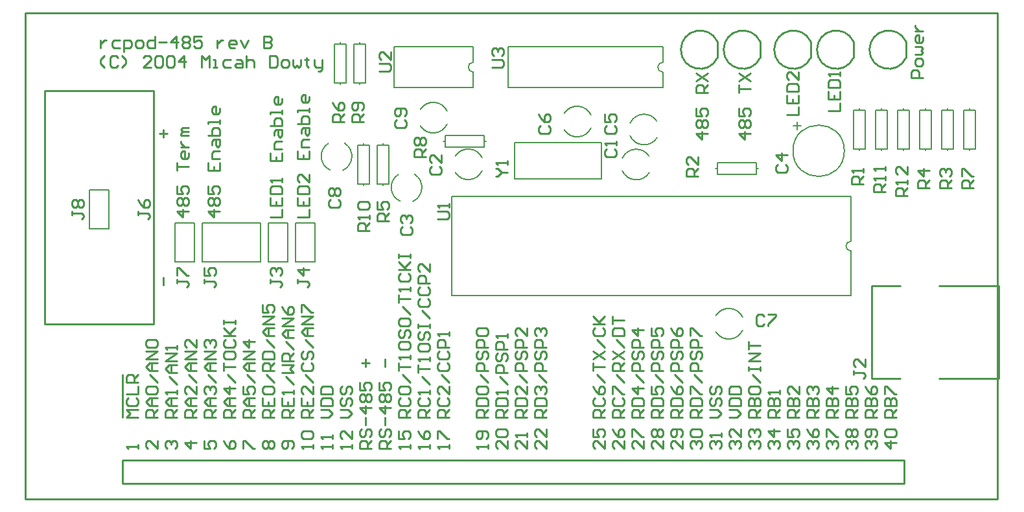
<source format=gto>
%FSLAX23Y23*%
%MOIN*%
G70*
G01*
G75*
%ADD10C,0.010*%
%ADD11C,0.020*%
%ADD12C,0.275*%
%ADD13C,0.055*%
%ADD14O,0.500X0.400*%
%ADD15C,0.063*%
%ADD16R,0.053X0.053*%
%ADD17C,0.053*%
%ADD18C,0.059*%
%ADD19R,0.059X0.059*%
%ADD20R,0.059X0.059*%
%ADD21C,0.059*%
%ADD22R,0.070X0.070*%
%ADD23C,0.070*%
%ADD24R,0.047X0.047*%
%ADD25C,0.047*%
%ADD26C,0.180*%
%ADD27C,0.065*%
%ADD28C,0.025*%
%ADD29C,0.008*%
%ADD30C,0.006*%
D10*
X3779Y2352D02*
G03*
X3779Y2268I-89J-42D01*
G01*
X3559Y2352D02*
G03*
X3559Y2268I-89J-42D01*
G01*
X4529Y2352D02*
G03*
X4529Y2268I-89J-42D01*
G01*
X4039Y2352D02*
G03*
X4039Y2268I-89J-42D01*
G01*
X4259Y2352D02*
G03*
X4259Y2268I-89J-42D01*
G01*
X380Y900D02*
X660D01*
Y1520D01*
X100Y2100D02*
X660D01*
X100Y900D02*
Y1500D01*
Y900D02*
X380D01*
X100Y1500D02*
Y2100D01*
X660Y1520D02*
Y2100D01*
X3779Y2268D02*
Y2352D01*
X3559Y2268D02*
Y2352D01*
X4529Y2268D02*
Y2352D01*
X4039Y2268D02*
Y2352D01*
X4259Y2268D02*
Y2352D01*
X500Y80D02*
X4520D01*
Y200D01*
X500D02*
X4520D01*
X500Y180D02*
Y200D01*
Y80D02*
Y180D01*
Y420D02*
Y640D01*
X4352Y1094D02*
X4500D01*
X4352Y620D02*
X4500D01*
X4352D02*
Y1094D01*
X4700Y620D02*
X5006D01*
X4700Y1094D02*
X5006D01*
Y620D02*
Y1094D01*
X3460Y1660D02*
X3400D01*
Y1690D01*
X3410Y1700D01*
X3430D01*
X3440Y1690D01*
Y1660D01*
Y1680D02*
X3460Y1700D01*
Y1760D02*
Y1720D01*
X3420Y1760D01*
X3410D01*
X3400Y1750D01*
Y1730D01*
X3410Y1720D01*
X710Y1860D02*
Y1900D01*
X690Y1880D02*
X730D01*
X710Y1100D02*
Y1140D01*
X4650Y1600D02*
X4590D01*
Y1630D01*
X4600Y1640D01*
X4620D01*
X4630Y1630D01*
Y1600D01*
Y1620D02*
X4650Y1640D01*
Y1690D02*
X4590D01*
X4620Y1660D01*
Y1700D01*
X4764Y1600D02*
X4704D01*
Y1630D01*
X4714Y1640D01*
X4734D01*
X4744Y1630D01*
Y1600D01*
Y1620D02*
X4764Y1640D01*
X4714Y1660D02*
X4704Y1670D01*
Y1690D01*
X4714Y1700D01*
X4724D01*
X4734Y1690D01*
Y1680D01*
Y1690D01*
X4744Y1700D01*
X4754D01*
X4764Y1690D01*
Y1670D01*
X4754Y1660D01*
X1400Y1450D02*
X1460D01*
Y1490D01*
X1400Y1550D02*
Y1510D01*
X1460D01*
Y1550D01*
X1430Y1510D02*
Y1530D01*
X1400Y1570D02*
X1460D01*
Y1600D01*
X1450Y1610D01*
X1410D01*
X1400Y1600D01*
Y1570D01*
X1460Y1670D02*
Y1630D01*
X1420Y1670D01*
X1410D01*
X1400Y1660D01*
Y1640D01*
X1410Y1630D01*
X1400Y1790D02*
Y1750D01*
X1460D01*
Y1790D01*
X1430Y1750D02*
Y1770D01*
X1460Y1810D02*
X1420D01*
Y1840D01*
X1430Y1850D01*
X1460D01*
X1420Y1880D02*
Y1900D01*
X1430Y1910D01*
X1460D01*
Y1880D01*
X1450Y1870D01*
X1440Y1880D01*
Y1910D01*
X1400Y1930D02*
X1460D01*
Y1960D01*
X1450Y1970D01*
X1440D01*
X1430D01*
X1420Y1960D01*
Y1930D01*
X1460Y1990D02*
Y2010D01*
Y2000D01*
X1400D01*
Y1990D01*
X1460Y2070D02*
Y2050D01*
X1450Y2040D01*
X1430D01*
X1420Y2050D01*
Y2070D01*
X1430Y2080D01*
X1440D01*
Y2040D01*
X1400Y1130D02*
Y1110D01*
Y1120D01*
X1450D01*
X1460Y1110D01*
Y1100D01*
X1450Y1090D01*
X1460Y1180D02*
X1400D01*
X1430Y1150D01*
Y1190D01*
X1260Y1450D02*
X1320D01*
Y1490D01*
X1260Y1550D02*
Y1510D01*
X1320D01*
Y1550D01*
X1290Y1510D02*
Y1530D01*
X1260Y1570D02*
X1320D01*
Y1600D01*
X1310Y1610D01*
X1270D01*
X1260Y1600D01*
Y1570D01*
X1320Y1630D02*
Y1650D01*
Y1640D01*
X1260D01*
X1270Y1630D01*
X1260Y1780D02*
Y1740D01*
X1320D01*
Y1780D01*
X1290Y1740D02*
Y1760D01*
X1320Y1800D02*
X1280D01*
Y1830D01*
X1290Y1840D01*
X1320D01*
X1280Y1870D02*
Y1890D01*
X1290Y1900D01*
X1320D01*
Y1870D01*
X1310Y1860D01*
X1300Y1870D01*
Y1900D01*
X1260Y1920D02*
X1320D01*
Y1950D01*
X1310Y1960D01*
X1300D01*
X1290D01*
X1280Y1950D01*
Y1920D01*
X1320Y1980D02*
Y2000D01*
Y1990D01*
X1260D01*
Y1980D01*
X1320Y2060D02*
Y2040D01*
X1310Y2030D01*
X1290D01*
X1280Y2040D01*
Y2060D01*
X1290Y2070D01*
X1300D01*
Y2030D01*
X1260Y1130D02*
Y1110D01*
Y1120D01*
X1310D01*
X1320Y1110D01*
Y1100D01*
X1310Y1090D01*
X1270Y1150D02*
X1260Y1160D01*
Y1180D01*
X1270Y1190D01*
X1280D01*
X1290Y1180D01*
Y1170D01*
Y1180D01*
X1300Y1190D01*
X1310D01*
X1320Y1180D01*
Y1160D01*
X1310Y1150D01*
X2990Y1920D02*
X2980Y1910D01*
Y1890D01*
X2990Y1880D01*
X3030D01*
X3040Y1890D01*
Y1910D01*
X3030Y1920D01*
X2980Y1980D02*
Y1940D01*
X3010D01*
X3000Y1960D01*
Y1970D01*
X3010Y1980D01*
X3030D01*
X3040Y1970D01*
Y1950D01*
X3030Y1940D01*
X2420Y1660D02*
X2430D01*
X2450Y1680D01*
X2430Y1700D01*
X2420D01*
X2450Y1680D02*
X2480D01*
Y1720D02*
Y1740D01*
Y1730D01*
X2420D01*
X2430Y1720D01*
X2990Y1800D02*
X2980Y1790D01*
Y1770D01*
X2990Y1760D01*
X3030D01*
X3040Y1770D01*
Y1790D01*
X3030Y1800D01*
X3040Y1820D02*
Y1840D01*
Y1830D01*
X2980D01*
X2990Y1820D01*
X2090Y1710D02*
X2080Y1700D01*
Y1680D01*
X2090Y1670D01*
X2130D01*
X2140Y1680D01*
Y1700D01*
X2130Y1710D01*
X2140Y1770D02*
Y1730D01*
X2100Y1770D01*
X2090D01*
X2080Y1760D01*
Y1740D01*
X2090Y1730D01*
X1940Y1400D02*
X1930Y1390D01*
Y1370D01*
X1940Y1360D01*
X1980D01*
X1990Y1370D01*
Y1390D01*
X1980Y1400D01*
X1940Y1420D02*
X1930Y1430D01*
Y1450D01*
X1940Y1460D01*
X1950D01*
X1960Y1450D01*
Y1440D01*
Y1450D01*
X1970Y1460D01*
X1980D01*
X1990Y1450D01*
Y1430D01*
X1980Y1420D01*
X3870Y1720D02*
X3860Y1710D01*
Y1690D01*
X3870Y1680D01*
X3910D01*
X3920Y1690D01*
Y1710D01*
X3910Y1720D01*
X3920Y1770D02*
X3860D01*
X3890Y1740D01*
Y1780D01*
X2650Y1920D02*
X2640Y1910D01*
Y1890D01*
X2650Y1880D01*
X2690D01*
X2700Y1890D01*
Y1910D01*
X2690Y1920D01*
X2640Y1980D02*
X2650Y1960D01*
X2670Y1940D01*
X2690D01*
X2700Y1950D01*
Y1970D01*
X2690Y1980D01*
X2680D01*
X2670Y1970D01*
Y1940D01*
X3800Y940D02*
X3790Y950D01*
X3770D01*
X3760Y940D01*
Y900D01*
X3770Y890D01*
X3790D01*
X3800Y900D01*
X3820Y950D02*
X3860D01*
Y940D01*
X3820Y900D01*
Y890D01*
X4260Y660D02*
Y640D01*
Y650D01*
X4310D01*
X4320Y640D01*
Y630D01*
X4310Y620D01*
X4320Y720D02*
Y680D01*
X4280Y720D01*
X4270D01*
X4260Y710D01*
Y690D01*
X4270Y680D01*
X4310Y1620D02*
X4250D01*
Y1650D01*
X4260Y1660D01*
X4280D01*
X4290Y1650D01*
Y1620D01*
Y1640D02*
X4310Y1660D01*
Y1680D02*
Y1700D01*
Y1690D01*
X4250D01*
X4260Y1680D01*
X2120Y1440D02*
X2170D01*
X2180Y1450D01*
Y1470D01*
X2170Y1480D01*
X2120D01*
X2180Y1500D02*
Y1520D01*
Y1510D01*
X2120D01*
X2130Y1500D01*
X1000Y1480D02*
X940D01*
X970Y1450D01*
Y1490D01*
X950Y1510D02*
X940Y1520D01*
Y1540D01*
X950Y1550D01*
X960D01*
X970Y1540D01*
X980Y1550D01*
X990D01*
X1000Y1540D01*
Y1520D01*
X990Y1510D01*
X980D01*
X970Y1520D01*
X960Y1510D01*
X950D01*
X970Y1520D02*
Y1540D01*
X940Y1610D02*
Y1570D01*
X970D01*
X960Y1590D01*
Y1600D01*
X970Y1610D01*
X990D01*
X1000Y1600D01*
Y1580D01*
X990Y1570D01*
X940Y1730D02*
Y1690D01*
X1000D01*
Y1730D01*
X970Y1690D02*
Y1710D01*
X1000Y1750D02*
X960D01*
Y1780D01*
X970Y1790D01*
X1000D01*
X960Y1820D02*
Y1840D01*
X970Y1850D01*
X1000D01*
Y1820D01*
X990Y1810D01*
X980Y1820D01*
Y1850D01*
X940Y1870D02*
X1000D01*
Y1900D01*
X990Y1910D01*
X980D01*
X970D01*
X960Y1900D01*
Y1870D01*
X1000Y1930D02*
Y1950D01*
Y1940D01*
X940D01*
Y1930D01*
X1000Y2010D02*
Y1990D01*
X990Y1980D01*
X970D01*
X960Y1990D01*
Y2010D01*
X970Y2020D01*
X980D01*
Y1980D01*
X920Y1130D02*
Y1110D01*
Y1120D01*
X970D01*
X980Y1110D01*
Y1100D01*
X970Y1090D01*
X920Y1190D02*
Y1150D01*
X950D01*
X940Y1170D01*
Y1180D01*
X950Y1190D01*
X970D01*
X980Y1180D01*
Y1160D01*
X970Y1150D01*
X1870Y1430D02*
X1810D01*
Y1460D01*
X1820Y1470D01*
X1840D01*
X1850Y1460D01*
Y1430D01*
Y1450D02*
X1870Y1470D01*
X1810Y1530D02*
Y1490D01*
X1840D01*
X1830Y1510D01*
Y1520D01*
X1840Y1530D01*
X1860D01*
X1870Y1520D01*
Y1500D01*
X1860Y1490D01*
X1640Y1940D02*
X1580D01*
Y1970D01*
X1590Y1980D01*
X1610D01*
X1620Y1970D01*
Y1940D01*
Y1960D02*
X1640Y1980D01*
X1580Y2040D02*
X1590Y2020D01*
X1610Y2000D01*
X1630D01*
X1640Y2010D01*
Y2030D01*
X1630Y2040D01*
X1620D01*
X1610Y2030D01*
Y2000D01*
X4877Y1600D02*
X4817D01*
Y1630D01*
X4827Y1640D01*
X4847D01*
X4857Y1630D01*
Y1600D01*
Y1620D02*
X4877Y1640D01*
X4817Y1660D02*
Y1700D01*
X4827D01*
X4867Y1660D01*
X4877D01*
X4130Y1995D02*
X4190D01*
Y2035D01*
X4130Y2095D02*
Y2055D01*
X4190D01*
Y2095D01*
X4160Y2055D02*
Y2075D01*
X4130Y2115D02*
X4190D01*
Y2145D01*
X4180Y2155D01*
X4140D01*
X4130Y2145D01*
Y2115D01*
X4190Y2175D02*
Y2195D01*
Y2185D01*
X4130D01*
X4140Y2175D01*
X3915Y1975D02*
X3975D01*
Y2015D01*
X3915Y2075D02*
Y2035D01*
X3975D01*
Y2075D01*
X3945Y2035D02*
Y2055D01*
X3915Y2095D02*
X3975D01*
Y2125D01*
X3965Y2135D01*
X3925D01*
X3915Y2125D01*
Y2095D01*
X3975Y2195D02*
Y2155D01*
X3935Y2195D01*
X3925D01*
X3915Y2185D01*
Y2165D01*
X3925Y2155D01*
X4615Y2165D02*
X4555D01*
Y2195D01*
X4565Y2205D01*
X4585D01*
X4595Y2195D01*
Y2165D01*
X4615Y2235D02*
Y2255D01*
X4605Y2265D01*
X4585D01*
X4575Y2255D01*
Y2235D01*
X4585Y2225D01*
X4605D01*
X4615Y2235D01*
X4575Y2285D02*
X4605D01*
X4615Y2295D01*
X4605Y2305D01*
X4615Y2315D01*
X4605Y2325D01*
X4575D01*
X4615Y2375D02*
Y2355D01*
X4605Y2345D01*
X4585D01*
X4575Y2355D01*
Y2375D01*
X4585Y2385D01*
X4595D01*
Y2345D01*
X4575Y2405D02*
X4615D01*
X4595D01*
X4585Y2415D01*
X4575Y2425D01*
Y2435D01*
X1570Y1540D02*
X1560Y1530D01*
Y1510D01*
X1570Y1500D01*
X1610D01*
X1620Y1510D01*
Y1530D01*
X1610Y1540D01*
X1570Y1560D02*
X1560Y1570D01*
Y1590D01*
X1570Y1600D01*
X1580D01*
X1590Y1590D01*
X1600Y1600D01*
X1610D01*
X1620Y1590D01*
Y1570D01*
X1610Y1560D01*
X1600D01*
X1590Y1570D01*
X1580Y1560D01*
X1570D01*
X1590Y1570D02*
Y1590D01*
X840Y1480D02*
X780D01*
X810Y1450D01*
Y1490D01*
X790Y1510D02*
X780Y1520D01*
Y1540D01*
X790Y1550D01*
X800D01*
X810Y1540D01*
X820Y1550D01*
X830D01*
X840Y1540D01*
Y1520D01*
X830Y1510D01*
X820D01*
X810Y1520D01*
X800Y1510D01*
X790D01*
X810Y1520D02*
Y1540D01*
X780Y1610D02*
Y1570D01*
X810D01*
X800Y1590D01*
Y1600D01*
X810Y1610D01*
X830D01*
X840Y1600D01*
Y1580D01*
X830Y1570D01*
X780Y1690D02*
Y1730D01*
Y1710D01*
X840D01*
Y1780D02*
Y1760D01*
X830Y1750D01*
X810D01*
X800Y1760D01*
Y1780D01*
X810Y1790D01*
X820D01*
Y1750D01*
X800Y1810D02*
X840D01*
X820D01*
X810Y1820D01*
X800Y1830D01*
Y1840D01*
X840Y1870D02*
X800D01*
Y1880D01*
X810Y1890D01*
X840D01*
X810D01*
X800Y1900D01*
X810Y1910D01*
X840D01*
X780Y1130D02*
Y1110D01*
Y1120D01*
X830D01*
X840Y1110D01*
Y1100D01*
X830Y1090D01*
X780Y1150D02*
Y1190D01*
X790D01*
X830Y1150D01*
X840D01*
X2060Y1760D02*
X2000D01*
Y1790D01*
X2010Y1800D01*
X2030D01*
X2040Y1790D01*
Y1760D01*
Y1780D02*
X2060Y1800D01*
X2010Y1820D02*
X2000Y1830D01*
Y1850D01*
X2010Y1860D01*
X2020D01*
X2030Y1850D01*
X2040Y1860D01*
X2050D01*
X2060Y1850D01*
Y1830D01*
X2050Y1820D01*
X2040D01*
X2030Y1830D01*
X2020Y1820D01*
X2010D01*
X2030Y1830D02*
Y1850D01*
X1740Y1940D02*
X1680D01*
Y1970D01*
X1690Y1980D01*
X1710D01*
X1720Y1970D01*
Y1940D01*
Y1960D02*
X1740Y1980D01*
X1730Y2000D02*
X1740Y2010D01*
Y2030D01*
X1730Y2040D01*
X1690D01*
X1680Y2030D01*
Y2010D01*
X1690Y2000D01*
X1700D01*
X1710Y2010D01*
Y2040D01*
X1770Y1380D02*
X1710D01*
Y1410D01*
X1720Y1420D01*
X1740D01*
X1750Y1410D01*
Y1380D01*
Y1400D02*
X1770Y1420D01*
Y1440D02*
Y1460D01*
Y1450D01*
X1710D01*
X1720Y1440D01*
Y1490D02*
X1710Y1500D01*
Y1520D01*
X1720Y1530D01*
X1760D01*
X1770Y1520D01*
Y1500D01*
X1760Y1490D01*
X1720D01*
X1910Y1950D02*
X1900Y1940D01*
Y1920D01*
X1910Y1910D01*
X1950D01*
X1960Y1920D01*
Y1940D01*
X1950Y1950D01*
Y1970D02*
X1960Y1980D01*
Y2000D01*
X1950Y2010D01*
X1910D01*
X1900Y2000D01*
Y1980D01*
X1910Y1970D01*
X1920D01*
X1930Y1980D01*
Y2010D01*
X2400Y2220D02*
X2450D01*
X2460Y2230D01*
Y2250D01*
X2450Y2260D01*
X2400D01*
X2410Y2280D02*
X2400Y2290D01*
Y2310D01*
X2410Y2320D01*
X2420D01*
X2430Y2310D01*
Y2300D01*
Y2310D01*
X2440Y2320D01*
X2450D01*
X2460Y2310D01*
Y2290D01*
X2450Y2280D01*
X3510Y1880D02*
X3450D01*
X3480Y1850D01*
Y1890D01*
X3460Y1910D02*
X3450Y1920D01*
Y1940D01*
X3460Y1950D01*
X3470D01*
X3480Y1940D01*
X3490Y1950D01*
X3500D01*
X3510Y1940D01*
Y1920D01*
X3500Y1910D01*
X3490D01*
X3480Y1920D01*
X3470Y1910D01*
X3460D01*
X3480Y1920D02*
Y1940D01*
X3450Y2010D02*
Y1970D01*
X3480D01*
X3470Y1990D01*
Y2000D01*
X3480Y2010D01*
X3500D01*
X3510Y2000D01*
Y1980D01*
X3500Y1970D01*
X3510Y2090D02*
X3450D01*
Y2120D01*
X3460Y2130D01*
X3480D01*
X3490Y2120D01*
Y2090D01*
Y2110D02*
X3510Y2130D01*
X3450Y2150D02*
X3510Y2190D01*
X3450D02*
X3510Y2150D01*
X3730Y1880D02*
X3670D01*
X3700Y1850D01*
Y1890D01*
X3680Y1910D02*
X3670Y1920D01*
Y1940D01*
X3680Y1950D01*
X3690D01*
X3700Y1940D01*
X3710Y1950D01*
X3720D01*
X3730Y1940D01*
Y1920D01*
X3720Y1910D01*
X3710D01*
X3700Y1920D01*
X3690Y1910D01*
X3680D01*
X3700Y1920D02*
Y1940D01*
X3670Y2010D02*
Y1970D01*
X3700D01*
X3690Y1990D01*
Y2000D01*
X3700Y2010D01*
X3720D01*
X3730Y2000D01*
Y1980D01*
X3720Y1970D01*
X3670Y2090D02*
Y2130D01*
Y2110D01*
X3730D01*
X3670Y2150D02*
X3730Y2190D01*
X3670D02*
X3730Y2150D01*
X4423Y1580D02*
X4363D01*
Y1610D01*
X4373Y1620D01*
X4393D01*
X4403Y1610D01*
Y1580D01*
Y1600D02*
X4423Y1620D01*
Y1640D02*
Y1660D01*
Y1650D01*
X4363D01*
X4373Y1640D01*
X4423Y1690D02*
Y1710D01*
Y1700D01*
X4363D01*
X4373Y1690D01*
X4537Y1560D02*
X4477D01*
Y1590D01*
X4487Y1600D01*
X4507D01*
X4517Y1590D01*
Y1560D01*
Y1580D02*
X4537Y1600D01*
Y1620D02*
Y1640D01*
Y1630D01*
X4477D01*
X4487Y1620D01*
X4537Y1710D02*
Y1670D01*
X4497Y1710D01*
X4487D01*
X4477Y1700D01*
Y1680D01*
X4487Y1670D01*
X240Y1480D02*
Y1460D01*
Y1470D01*
X290D01*
X300Y1460D01*
Y1450D01*
X290Y1440D01*
X250Y1500D02*
X240Y1510D01*
Y1530D01*
X250Y1540D01*
X260D01*
X270Y1530D01*
X280Y1540D01*
X290D01*
X300Y1530D01*
Y1510D01*
X290Y1500D01*
X280D01*
X270Y1510D01*
X260Y1500D01*
X250D01*
X270Y1510D02*
Y1530D01*
X580Y1480D02*
Y1460D01*
Y1470D01*
X630D01*
X640Y1460D01*
Y1450D01*
X630Y1440D01*
X580Y1540D02*
X590Y1520D01*
X610Y1500D01*
X630D01*
X640Y1510D01*
Y1530D01*
X630Y1540D01*
X620D01*
X610Y1530D01*
Y1500D01*
X1820Y2200D02*
X1870D01*
X1880Y2210D01*
Y2230D01*
X1870Y2240D01*
X1820D01*
X1880Y2300D02*
Y2260D01*
X1840Y2300D01*
X1830D01*
X1820Y2290D01*
Y2270D01*
X1830Y2260D01*
X405Y2220D02*
X385Y2240D01*
Y2260D01*
X405Y2280D01*
X475Y2270D02*
X465Y2280D01*
X445D01*
X435Y2270D01*
Y2230D01*
X445Y2220D01*
X465D01*
X475Y2230D01*
X495Y2220D02*
X515Y2240D01*
Y2260D01*
X495Y2280D01*
X645Y2220D02*
X605D01*
X645Y2260D01*
Y2270D01*
X635Y2280D01*
X615D01*
X605Y2270D01*
X665D02*
X675Y2280D01*
X695D01*
X705Y2270D01*
Y2230D01*
X695Y2220D01*
X675D01*
X665Y2230D01*
Y2270D01*
X725D02*
X735Y2280D01*
X755D01*
X765Y2270D01*
Y2230D01*
X755Y2220D01*
X735D01*
X725Y2230D01*
Y2270D01*
X815Y2220D02*
Y2280D01*
X785Y2250D01*
X825D01*
X905Y2220D02*
Y2280D01*
X925Y2260D01*
X945Y2280D01*
Y2220D01*
X965D02*
X985D01*
X975D01*
Y2260D01*
X965D01*
X1055D02*
X1025D01*
X1015Y2250D01*
Y2230D01*
X1025Y2220D01*
X1055D01*
X1085Y2260D02*
X1105D01*
X1115Y2250D01*
Y2220D01*
X1085D01*
X1075Y2230D01*
X1085Y2240D01*
X1115D01*
X1135Y2280D02*
Y2220D01*
Y2250D01*
X1145Y2260D01*
X1165D01*
X1175Y2250D01*
Y2220D01*
X1255Y2280D02*
Y2220D01*
X1285D01*
X1295Y2230D01*
Y2270D01*
X1285Y2280D01*
X1255D01*
X1325Y2220D02*
X1345D01*
X1355Y2230D01*
Y2250D01*
X1345Y2260D01*
X1325D01*
X1315Y2250D01*
Y2230D01*
X1325Y2220D01*
X1375Y2260D02*
Y2230D01*
X1385Y2220D01*
X1395Y2230D01*
X1405Y2220D01*
X1415Y2230D01*
Y2260D01*
X1445Y2270D02*
Y2260D01*
X1435D01*
X1455D01*
X1445D01*
Y2230D01*
X1455Y2220D01*
X1485Y2260D02*
Y2230D01*
X1495Y2220D01*
X1525D01*
Y2210D01*
X1515Y2200D01*
X1505D01*
X1525Y2220D02*
Y2260D01*
X385Y2360D02*
Y2320D01*
Y2340D01*
X395Y2350D01*
X405Y2360D01*
X415D01*
X485D02*
X455D01*
X445Y2350D01*
Y2330D01*
X455Y2320D01*
X485D01*
X505Y2300D02*
Y2360D01*
X535D01*
X545Y2350D01*
Y2330D01*
X535Y2320D01*
X505D01*
X575D02*
X595D01*
X605Y2330D01*
Y2350D01*
X595Y2360D01*
X575D01*
X565Y2350D01*
Y2330D01*
X575Y2320D01*
X665Y2380D02*
Y2320D01*
X635D01*
X625Y2330D01*
Y2350D01*
X635Y2360D01*
X665D01*
X685Y2350D02*
X725D01*
X775Y2320D02*
Y2380D01*
X745Y2350D01*
X785D01*
X805Y2370D02*
X815Y2380D01*
X835D01*
X845Y2370D01*
Y2360D01*
X835Y2350D01*
X845Y2340D01*
Y2330D01*
X835Y2320D01*
X815D01*
X805Y2330D01*
Y2340D01*
X815Y2350D01*
X805Y2360D01*
Y2370D01*
X815Y2350D02*
X835D01*
X905Y2380D02*
X865D01*
Y2350D01*
X885Y2360D01*
X895D01*
X905Y2350D01*
Y2330D01*
X895Y2320D01*
X875D01*
X865Y2330D01*
X985Y2360D02*
Y2320D01*
Y2340D01*
X995Y2350D01*
X1005Y2360D01*
X1015D01*
X1075Y2320D02*
X1055D01*
X1045Y2330D01*
Y2350D01*
X1055Y2360D01*
X1075D01*
X1085Y2350D01*
Y2340D01*
X1045D01*
X1105Y2360D02*
X1125Y2320D01*
X1145Y2360D01*
X1225Y2380D02*
Y2320D01*
X1255D01*
X1265Y2330D01*
Y2340D01*
X1255Y2350D01*
X1225D01*
X1255D01*
X1265Y2360D01*
Y2370D01*
X1255Y2380D01*
X1225D01*
X1880Y260D02*
X1820D01*
Y290D01*
X1830Y300D01*
X1850D01*
X1860Y290D01*
Y260D01*
Y280D02*
X1880Y300D01*
X1830Y360D02*
X1820Y350D01*
Y330D01*
X1830Y320D01*
X1840D01*
X1850Y330D01*
Y350D01*
X1860Y360D01*
X1870D01*
X1880Y350D01*
Y330D01*
X1870Y320D01*
X1850Y380D02*
Y420D01*
X1880Y470D02*
X1820D01*
X1850Y440D01*
Y480D01*
X1830Y500D02*
X1820Y510D01*
Y530D01*
X1830Y540D01*
X1840D01*
X1850Y530D01*
X1860Y540D01*
X1870D01*
X1880Y530D01*
Y510D01*
X1870Y500D01*
X1860D01*
X1850Y510D01*
X1840Y500D01*
X1830D01*
X1850Y510D02*
Y530D01*
X1820Y600D02*
Y560D01*
X1850D01*
X1840Y580D01*
Y590D01*
X1850Y600D01*
X1870D01*
X1880Y590D01*
Y570D01*
X1870Y560D01*
X1850Y680D02*
Y720D01*
X1780Y260D02*
X1720D01*
Y290D01*
X1730Y300D01*
X1750D01*
X1760Y290D01*
Y260D01*
Y280D02*
X1780Y300D01*
X1730Y360D02*
X1720Y350D01*
Y330D01*
X1730Y320D01*
X1740D01*
X1750Y330D01*
Y350D01*
X1760Y360D01*
X1770D01*
X1780Y350D01*
Y330D01*
X1770Y320D01*
X1750Y380D02*
Y420D01*
X1780Y470D02*
X1720D01*
X1750Y440D01*
Y480D01*
X1730Y500D02*
X1720Y510D01*
Y530D01*
X1730Y540D01*
X1740D01*
X1750Y530D01*
X1760Y540D01*
X1770D01*
X1780Y530D01*
Y510D01*
X1770Y500D01*
X1760D01*
X1750Y510D01*
X1740Y500D01*
X1730D01*
X1750Y510D02*
Y530D01*
X1720Y600D02*
Y560D01*
X1750D01*
X1740Y580D01*
Y590D01*
X1750Y600D01*
X1770D01*
X1780Y590D01*
Y570D01*
X1770Y560D01*
X1750Y680D02*
Y720D01*
X1730Y700D02*
X1770D01*
X4030Y260D02*
X4020Y270D01*
Y290D01*
X4030Y300D01*
X4040D01*
X4050Y290D01*
Y280D01*
Y290D01*
X4060Y300D01*
X4070D01*
X4080Y290D01*
Y270D01*
X4070Y260D01*
X4020Y360D02*
X4030Y340D01*
X4050Y320D01*
X4070D01*
X4080Y330D01*
Y350D01*
X4070Y360D01*
X4060D01*
X4050Y350D01*
Y320D01*
X4480Y290D02*
X4420D01*
X4450Y260D01*
Y300D01*
X4430Y320D02*
X4420Y330D01*
Y350D01*
X4430Y360D01*
X4470D01*
X4480Y350D01*
Y330D01*
X4470Y320D01*
X4430D01*
X4330Y260D02*
X4320Y270D01*
Y290D01*
X4330Y300D01*
X4340D01*
X4350Y290D01*
Y280D01*
Y290D01*
X4360Y300D01*
X4370D01*
X4380Y290D01*
Y270D01*
X4370Y260D01*
Y320D02*
X4380Y330D01*
Y350D01*
X4370Y360D01*
X4330D01*
X4320Y350D01*
Y330D01*
X4330Y320D01*
X4340D01*
X4350Y330D01*
Y360D01*
X4230Y260D02*
X4220Y270D01*
Y290D01*
X4230Y300D01*
X4240D01*
X4250Y290D01*
Y280D01*
Y290D01*
X4260Y300D01*
X4270D01*
X4280Y290D01*
Y270D01*
X4270Y260D01*
X4230Y320D02*
X4220Y330D01*
Y350D01*
X4230Y360D01*
X4240D01*
X4250Y350D01*
X4260Y360D01*
X4270D01*
X4280Y350D01*
Y330D01*
X4270Y320D01*
X4260D01*
X4250Y330D01*
X4240Y320D01*
X4230D01*
X4250Y330D02*
Y350D01*
X4130Y260D02*
X4120Y270D01*
Y290D01*
X4130Y300D01*
X4140D01*
X4150Y290D01*
Y280D01*
Y290D01*
X4160Y300D01*
X4170D01*
X4180Y290D01*
Y270D01*
X4170Y260D01*
X4120Y320D02*
Y360D01*
X4130D01*
X4170Y320D01*
X4180D01*
X3930Y260D02*
X3920Y270D01*
Y290D01*
X3930Y300D01*
X3940D01*
X3950Y290D01*
Y280D01*
Y290D01*
X3960Y300D01*
X3970D01*
X3980Y290D01*
Y270D01*
X3970Y260D01*
X3920Y360D02*
Y320D01*
X3950D01*
X3940Y340D01*
Y350D01*
X3950Y360D01*
X3970D01*
X3980Y350D01*
Y330D01*
X3970Y320D01*
X3830Y260D02*
X3820Y270D01*
Y290D01*
X3830Y300D01*
X3840D01*
X3850Y290D01*
Y280D01*
Y290D01*
X3860Y300D01*
X3870D01*
X3880Y290D01*
Y270D01*
X3870Y260D01*
X3880Y350D02*
X3820D01*
X3850Y320D01*
Y360D01*
X3730Y260D02*
X3720Y270D01*
Y290D01*
X3730Y300D01*
X3740D01*
X3750Y290D01*
Y280D01*
Y290D01*
X3760Y300D01*
X3770D01*
X3780Y290D01*
Y270D01*
X3770Y260D01*
X3730Y320D02*
X3720Y330D01*
Y350D01*
X3730Y360D01*
X3740D01*
X3750Y350D01*
Y340D01*
Y350D01*
X3760Y360D01*
X3770D01*
X3780Y350D01*
Y330D01*
X3770Y320D01*
X3630Y260D02*
X3620Y270D01*
Y290D01*
X3630Y300D01*
X3640D01*
X3650Y290D01*
Y280D01*
Y290D01*
X3660Y300D01*
X3670D01*
X3680Y290D01*
Y270D01*
X3670Y260D01*
X3680Y360D02*
Y320D01*
X3640Y360D01*
X3630D01*
X3620Y350D01*
Y330D01*
X3630Y320D01*
X3530Y260D02*
X3520Y270D01*
Y290D01*
X3530Y300D01*
X3540D01*
X3550Y290D01*
Y280D01*
Y290D01*
X3560Y300D01*
X3570D01*
X3580Y290D01*
Y270D01*
X3570Y260D01*
X3580Y320D02*
Y340D01*
Y330D01*
X3520D01*
X3530Y320D01*
X3430Y260D02*
X3420Y270D01*
Y290D01*
X3430Y300D01*
X3440D01*
X3450Y290D01*
Y280D01*
Y290D01*
X3460Y300D01*
X3470D01*
X3480Y290D01*
Y270D01*
X3470Y260D01*
X3430Y320D02*
X3420Y330D01*
Y350D01*
X3430Y360D01*
X3470D01*
X3480Y350D01*
Y330D01*
X3470Y320D01*
X3430D01*
X3380Y300D02*
Y260D01*
X3340Y300D01*
X3330D01*
X3320Y290D01*
Y270D01*
X3330Y260D01*
X3370Y320D02*
X3380Y330D01*
Y350D01*
X3370Y360D01*
X3330D01*
X3320Y350D01*
Y330D01*
X3330Y320D01*
X3340D01*
X3350Y330D01*
Y360D01*
X3280Y300D02*
Y260D01*
X3240Y300D01*
X3230D01*
X3220Y290D01*
Y270D01*
X3230Y260D01*
Y320D02*
X3220Y330D01*
Y350D01*
X3230Y360D01*
X3240D01*
X3250Y350D01*
X3260Y360D01*
X3270D01*
X3280Y350D01*
Y330D01*
X3270Y320D01*
X3260D01*
X3250Y330D01*
X3240Y320D01*
X3230D01*
X3250Y330D02*
Y350D01*
X3180Y300D02*
Y260D01*
X3140Y300D01*
X3130D01*
X3120Y290D01*
Y270D01*
X3130Y260D01*
X3120Y320D02*
Y360D01*
X3130D01*
X3170Y320D01*
X3180D01*
X3080Y300D02*
Y260D01*
X3040Y300D01*
X3030D01*
X3020Y290D01*
Y270D01*
X3030Y260D01*
X3020Y360D02*
X3030Y340D01*
X3050Y320D01*
X3070D01*
X3080Y330D01*
Y350D01*
X3070Y360D01*
X3060D01*
X3050Y350D01*
Y320D01*
X2980Y300D02*
Y260D01*
X2940Y300D01*
X2930D01*
X2920Y290D01*
Y270D01*
X2930Y260D01*
X2920Y360D02*
Y320D01*
X2950D01*
X2940Y340D01*
Y350D01*
X2950Y360D01*
X2970D01*
X2980Y350D01*
Y330D01*
X2970Y320D01*
X2680Y300D02*
Y260D01*
X2640Y300D01*
X2630D01*
X2620Y290D01*
Y270D01*
X2630Y260D01*
X2680Y360D02*
Y320D01*
X2640Y360D01*
X2630D01*
X2620Y350D01*
Y330D01*
X2630Y320D01*
X2580Y300D02*
Y260D01*
X2540Y300D01*
X2530D01*
X2520Y290D01*
Y270D01*
X2530Y260D01*
X2580Y320D02*
Y340D01*
Y330D01*
X2520D01*
X2530Y320D01*
X2480Y300D02*
Y260D01*
X2440Y300D01*
X2430D01*
X2420Y290D01*
Y270D01*
X2430Y260D01*
Y320D02*
X2420Y330D01*
Y350D01*
X2430Y360D01*
X2470D01*
X2480Y350D01*
Y330D01*
X2470Y320D01*
X2430D01*
X2380Y260D02*
Y280D01*
Y270D01*
X2320D01*
X2330Y260D01*
X2370Y310D02*
X2380Y320D01*
Y340D01*
X2370Y350D01*
X2330D01*
X2320Y340D01*
Y320D01*
X2330Y310D01*
X2340D01*
X2350Y320D01*
Y350D01*
X2180Y260D02*
Y280D01*
Y270D01*
X2120D01*
X2130Y260D01*
X2120Y310D02*
Y350D01*
X2130D01*
X2170Y310D01*
X2180D01*
X1980Y260D02*
Y280D01*
Y270D01*
X1920D01*
X1930Y260D01*
X1920Y350D02*
Y310D01*
X1950D01*
X1940Y330D01*
Y340D01*
X1950Y350D01*
X1970D01*
X1980Y340D01*
Y320D01*
X1970Y310D01*
X2080Y260D02*
Y280D01*
Y270D01*
X2020D01*
X2030Y260D01*
X2020Y350D02*
X2030Y330D01*
X2050Y310D01*
X2070D01*
X2080Y320D01*
Y340D01*
X2070Y350D01*
X2060D01*
X2050Y340D01*
Y310D01*
X1680Y260D02*
Y280D01*
Y270D01*
X1620D01*
X1630Y260D01*
X1680Y350D02*
Y310D01*
X1640Y350D01*
X1630D01*
X1620Y340D01*
Y320D01*
X1630Y310D01*
X1580Y260D02*
Y280D01*
Y270D01*
X1520D01*
X1530Y260D01*
X1580Y310D02*
Y330D01*
Y320D01*
X1520D01*
X1530Y310D01*
X1480Y260D02*
Y280D01*
Y270D01*
X1420D01*
X1430Y260D01*
Y310D02*
X1420Y320D01*
Y340D01*
X1430Y350D01*
X1470D01*
X1480Y340D01*
Y320D01*
X1470Y310D01*
X1430D01*
X1370Y260D02*
X1380Y270D01*
Y290D01*
X1370Y300D01*
X1330D01*
X1320Y290D01*
Y270D01*
X1330Y260D01*
X1340D01*
X1350Y270D01*
Y300D01*
X1230Y260D02*
X1220Y270D01*
Y290D01*
X1230Y300D01*
X1240D01*
X1250Y290D01*
X1260Y300D01*
X1270D01*
X1280Y290D01*
Y270D01*
X1270Y260D01*
X1260D01*
X1250Y270D01*
X1240Y260D01*
X1230D01*
X1250Y270D02*
Y290D01*
X1120Y260D02*
Y300D01*
X1130D01*
X1170Y260D01*
X1180D01*
X1020Y300D02*
X1030Y280D01*
X1050Y260D01*
X1070D01*
X1080Y270D01*
Y290D01*
X1070Y300D01*
X1060D01*
X1050Y290D01*
Y260D01*
X920Y300D02*
Y260D01*
X950D01*
X940Y280D01*
Y290D01*
X950Y300D01*
X970D01*
X980Y290D01*
Y270D01*
X970Y260D01*
X880Y290D02*
X820D01*
X850Y260D01*
Y300D01*
X730Y260D02*
X720Y270D01*
Y290D01*
X730Y300D01*
X740D01*
X750Y290D01*
Y280D01*
Y290D01*
X760Y300D01*
X770D01*
X780Y290D01*
Y270D01*
X770Y260D01*
X680Y300D02*
Y260D01*
X640Y300D01*
X630D01*
X620Y290D01*
Y270D01*
X630Y260D01*
X580D02*
Y280D01*
Y270D01*
X520D01*
X530Y260D01*
X4080Y420D02*
X4020D01*
Y450D01*
X4030Y460D01*
X4050D01*
X4060Y450D01*
Y420D01*
Y440D02*
X4080Y460D01*
X4020Y480D02*
X4080D01*
Y510D01*
X4070Y520D01*
X4060D01*
X4050Y510D01*
Y480D01*
Y510D01*
X4040Y520D01*
X4030D01*
X4020Y510D01*
Y480D01*
X4030Y540D02*
X4020Y550D01*
Y570D01*
X4030Y580D01*
X4040D01*
X4050Y570D01*
Y560D01*
Y570D01*
X4060Y580D01*
X4070D01*
X4080Y570D01*
Y550D01*
X4070Y540D01*
X4480Y420D02*
X4420D01*
Y450D01*
X4430Y460D01*
X4450D01*
X4460Y450D01*
Y420D01*
Y440D02*
X4480Y460D01*
X4420Y480D02*
X4480D01*
Y510D01*
X4470Y520D01*
X4460D01*
X4450Y510D01*
Y480D01*
Y510D01*
X4440Y520D01*
X4430D01*
X4420Y510D01*
Y480D01*
Y540D02*
Y580D01*
X4430D01*
X4470Y540D01*
X4480D01*
X4380Y420D02*
X4320D01*
Y450D01*
X4330Y460D01*
X4350D01*
X4360Y450D01*
Y420D01*
Y440D02*
X4380Y460D01*
X4320Y480D02*
X4380D01*
Y510D01*
X4370Y520D01*
X4360D01*
X4350Y510D01*
Y480D01*
Y510D01*
X4340Y520D01*
X4330D01*
X4320Y510D01*
Y480D01*
Y580D02*
X4330Y560D01*
X4350Y540D01*
X4370D01*
X4380Y550D01*
Y570D01*
X4370Y580D01*
X4360D01*
X4350Y570D01*
Y540D01*
X4280Y420D02*
X4220D01*
Y450D01*
X4230Y460D01*
X4250D01*
X4260Y450D01*
Y420D01*
Y440D02*
X4280Y460D01*
X4220Y480D02*
X4280D01*
Y510D01*
X4270Y520D01*
X4260D01*
X4250Y510D01*
Y480D01*
Y510D01*
X4240Y520D01*
X4230D01*
X4220Y510D01*
Y480D01*
Y580D02*
Y540D01*
X4250D01*
X4240Y560D01*
Y570D01*
X4250Y580D01*
X4270D01*
X4280Y570D01*
Y550D01*
X4270Y540D01*
X4180Y420D02*
X4120D01*
Y450D01*
X4130Y460D01*
X4150D01*
X4160Y450D01*
Y420D01*
Y440D02*
X4180Y460D01*
X4120Y480D02*
X4180D01*
Y510D01*
X4170Y520D01*
X4160D01*
X4150Y510D01*
Y480D01*
Y510D01*
X4140Y520D01*
X4130D01*
X4120Y510D01*
Y480D01*
X4180Y570D02*
X4120D01*
X4150Y540D01*
Y580D01*
X3980Y420D02*
X3920D01*
Y450D01*
X3930Y460D01*
X3950D01*
X3960Y450D01*
Y420D01*
Y440D02*
X3980Y460D01*
X3920Y480D02*
X3980D01*
Y510D01*
X3970Y520D01*
X3960D01*
X3950Y510D01*
Y480D01*
Y510D01*
X3940Y520D01*
X3930D01*
X3920Y510D01*
Y480D01*
X3980Y580D02*
Y540D01*
X3940Y580D01*
X3930D01*
X3920Y570D01*
Y550D01*
X3930Y540D01*
X3880Y420D02*
X3820D01*
Y450D01*
X3830Y460D01*
X3850D01*
X3860Y450D01*
Y420D01*
Y440D02*
X3880Y460D01*
X3820Y480D02*
X3880D01*
Y510D01*
X3870Y520D01*
X3860D01*
X3850Y510D01*
Y480D01*
Y510D01*
X3840Y520D01*
X3830D01*
X3820Y510D01*
Y480D01*
X3880Y540D02*
Y560D01*
Y550D01*
X3820D01*
X3830Y540D01*
X3780Y420D02*
X3720D01*
Y450D01*
X3730Y460D01*
X3750D01*
X3760Y450D01*
Y420D01*
Y440D02*
X3780Y460D01*
X3720Y480D02*
X3780D01*
Y510D01*
X3770Y520D01*
X3760D01*
X3750Y510D01*
Y480D01*
Y510D01*
X3740Y520D01*
X3730D01*
X3720Y510D01*
Y480D01*
X3730Y540D02*
X3720Y550D01*
Y570D01*
X3730Y580D01*
X3770D01*
X3780Y570D01*
Y550D01*
X3770Y540D01*
X3730D01*
X3780Y600D02*
X3740Y640D01*
X3720Y660D02*
Y680D01*
Y670D01*
X3780D01*
Y660D01*
Y680D01*
Y710D02*
X3720D01*
X3780Y750D01*
X3720D01*
Y770D02*
Y810D01*
Y790D01*
X3780D01*
X3620Y420D02*
X3660D01*
X3680Y440D01*
X3660Y460D01*
X3620D01*
Y480D02*
X3680D01*
Y510D01*
X3670Y520D01*
X3630D01*
X3620Y510D01*
Y480D01*
Y540D02*
X3680D01*
Y570D01*
X3670Y580D01*
X3630D01*
X3620Y570D01*
Y540D01*
X3520Y420D02*
X3560D01*
X3580Y440D01*
X3560Y460D01*
X3520D01*
X3530Y520D02*
X3520Y510D01*
Y490D01*
X3530Y480D01*
X3540D01*
X3550Y490D01*
Y510D01*
X3560Y520D01*
X3570D01*
X3580Y510D01*
Y490D01*
X3570Y480D01*
X3530Y580D02*
X3520Y570D01*
Y550D01*
X3530Y540D01*
X3540D01*
X3550Y550D01*
Y570D01*
X3560Y580D01*
X3570D01*
X3580Y570D01*
Y550D01*
X3570Y540D01*
X3480Y420D02*
X3420D01*
Y450D01*
X3430Y460D01*
X3450D01*
X3460Y450D01*
Y420D01*
Y440D02*
X3480Y460D01*
X3420Y480D02*
X3480D01*
Y510D01*
X3470Y520D01*
X3430D01*
X3420Y510D01*
Y480D01*
Y540D02*
Y580D01*
X3430D01*
X3470Y540D01*
X3480D01*
Y600D02*
X3440Y640D01*
X3480Y660D02*
X3420D01*
Y690D01*
X3430Y700D01*
X3450D01*
X3460Y690D01*
Y660D01*
X3430Y760D02*
X3420Y750D01*
Y730D01*
X3430Y720D01*
X3440D01*
X3450Y730D01*
Y750D01*
X3460Y760D01*
X3470D01*
X3480Y750D01*
Y730D01*
X3470Y720D01*
X3480Y780D02*
X3420D01*
Y810D01*
X3430Y820D01*
X3450D01*
X3460Y810D01*
Y780D01*
X3420Y840D02*
Y880D01*
X3430D01*
X3470Y840D01*
X3480D01*
X3380Y420D02*
X3320D01*
Y450D01*
X3330Y460D01*
X3350D01*
X3360Y450D01*
Y420D01*
Y440D02*
X3380Y460D01*
X3320Y480D02*
X3380D01*
Y510D01*
X3370Y520D01*
X3330D01*
X3320Y510D01*
Y480D01*
Y580D02*
X3330Y560D01*
X3350Y540D01*
X3370D01*
X3380Y550D01*
Y570D01*
X3370Y580D01*
X3360D01*
X3350Y570D01*
Y540D01*
X3380Y600D02*
X3340Y640D01*
X3380Y660D02*
X3320D01*
Y690D01*
X3330Y700D01*
X3350D01*
X3360Y690D01*
Y660D01*
X3330Y760D02*
X3320Y750D01*
Y730D01*
X3330Y720D01*
X3340D01*
X3350Y730D01*
Y750D01*
X3360Y760D01*
X3370D01*
X3380Y750D01*
Y730D01*
X3370Y720D01*
X3380Y780D02*
X3320D01*
Y810D01*
X3330Y820D01*
X3350D01*
X3360Y810D01*
Y780D01*
X3320Y880D02*
X3330Y860D01*
X3350Y840D01*
X3370D01*
X3380Y850D01*
Y870D01*
X3370Y880D01*
X3360D01*
X3350Y870D01*
Y840D01*
X3280Y420D02*
X3220D01*
Y450D01*
X3230Y460D01*
X3250D01*
X3260Y450D01*
Y420D01*
Y440D02*
X3280Y460D01*
X3220Y480D02*
X3280D01*
Y510D01*
X3270Y520D01*
X3230D01*
X3220Y510D01*
Y480D01*
Y580D02*
Y540D01*
X3250D01*
X3240Y560D01*
Y570D01*
X3250Y580D01*
X3270D01*
X3280Y570D01*
Y550D01*
X3270Y540D01*
X3280Y600D02*
X3240Y640D01*
X3280Y660D02*
X3220D01*
Y690D01*
X3230Y700D01*
X3250D01*
X3260Y690D01*
Y660D01*
X3230Y760D02*
X3220Y750D01*
Y730D01*
X3230Y720D01*
X3240D01*
X3250Y730D01*
Y750D01*
X3260Y760D01*
X3270D01*
X3280Y750D01*
Y730D01*
X3270Y720D01*
X3280Y780D02*
X3220D01*
Y810D01*
X3230Y820D01*
X3250D01*
X3260Y810D01*
Y780D01*
X3220Y880D02*
Y840D01*
X3250D01*
X3240Y860D01*
Y870D01*
X3250Y880D01*
X3270D01*
X3280Y870D01*
Y850D01*
X3270Y840D01*
X3180Y420D02*
X3120D01*
Y450D01*
X3130Y460D01*
X3150D01*
X3160Y450D01*
Y420D01*
Y440D02*
X3180Y460D01*
X3120Y480D02*
X3180D01*
Y510D01*
X3170Y520D01*
X3130D01*
X3120Y510D01*
Y480D01*
X3180Y570D02*
X3120D01*
X3150Y540D01*
Y580D01*
X3180Y600D02*
X3140Y640D01*
X3180Y660D02*
X3120D01*
Y690D01*
X3130Y700D01*
X3150D01*
X3160Y690D01*
Y660D01*
X3130Y760D02*
X3120Y750D01*
Y730D01*
X3130Y720D01*
X3140D01*
X3150Y730D01*
Y750D01*
X3160Y760D01*
X3170D01*
X3180Y750D01*
Y730D01*
X3170Y720D01*
X3180Y780D02*
X3120D01*
Y810D01*
X3130Y820D01*
X3150D01*
X3160Y810D01*
Y780D01*
X3180Y870D02*
X3120D01*
X3150Y840D01*
Y880D01*
X3080Y420D02*
X3020D01*
Y450D01*
X3030Y460D01*
X3050D01*
X3060Y450D01*
Y420D01*
Y440D02*
X3080Y460D01*
X3030Y520D02*
X3020Y510D01*
Y490D01*
X3030Y480D01*
X3070D01*
X3080Y490D01*
Y510D01*
X3070Y520D01*
X3020Y540D02*
Y580D01*
X3030D01*
X3070Y540D01*
X3080D01*
Y600D02*
X3040Y640D01*
X3080Y660D02*
X3020D01*
Y690D01*
X3030Y700D01*
X3050D01*
X3060Y690D01*
Y660D01*
Y680D02*
X3080Y700D01*
X3020Y720D02*
X3080Y760D01*
X3020D02*
X3080Y720D01*
Y780D02*
X3040Y820D01*
X3020Y840D02*
X3080D01*
Y870D01*
X3070Y880D01*
X3030D01*
X3020Y870D01*
Y840D01*
Y900D02*
Y940D01*
Y920D01*
X3080D01*
X2980Y420D02*
X2920D01*
Y450D01*
X2930Y460D01*
X2950D01*
X2960Y450D01*
Y420D01*
Y440D02*
X2980Y460D01*
X2930Y520D02*
X2920Y510D01*
Y490D01*
X2930Y480D01*
X2970D01*
X2980Y490D01*
Y510D01*
X2970Y520D01*
X2920Y580D02*
X2930Y560D01*
X2950Y540D01*
X2970D01*
X2980Y550D01*
Y570D01*
X2970Y580D01*
X2960D01*
X2950Y570D01*
Y540D01*
X2980Y600D02*
X2940Y640D01*
X2920Y660D02*
Y700D01*
Y680D01*
X2980D01*
X2920Y720D02*
X2980Y760D01*
X2920D02*
X2980Y720D01*
Y780D02*
X2940Y820D01*
X2930Y880D02*
X2920Y870D01*
Y850D01*
X2930Y840D01*
X2970D01*
X2980Y850D01*
Y870D01*
X2970Y880D01*
X2920Y900D02*
X2980D01*
X2960D01*
X2920Y940D01*
X2950Y910D01*
X2980Y940D01*
X2680Y420D02*
X2620D01*
Y450D01*
X2630Y460D01*
X2650D01*
X2660Y450D01*
Y420D01*
Y440D02*
X2680Y460D01*
X2620Y480D02*
X2680D01*
Y510D01*
X2670Y520D01*
X2630D01*
X2620Y510D01*
Y480D01*
X2630Y540D02*
X2620Y550D01*
Y570D01*
X2630Y580D01*
X2640D01*
X2650Y570D01*
Y560D01*
Y570D01*
X2660Y580D01*
X2670D01*
X2680Y570D01*
Y550D01*
X2670Y540D01*
X2680Y600D02*
X2640Y640D01*
X2680Y660D02*
X2620D01*
Y690D01*
X2630Y700D01*
X2650D01*
X2660Y690D01*
Y660D01*
X2630Y760D02*
X2620Y750D01*
Y730D01*
X2630Y720D01*
X2640D01*
X2650Y730D01*
Y750D01*
X2660Y760D01*
X2670D01*
X2680Y750D01*
Y730D01*
X2670Y720D01*
X2680Y780D02*
X2620D01*
Y810D01*
X2630Y820D01*
X2650D01*
X2660Y810D01*
Y780D01*
X2630Y840D02*
X2620Y850D01*
Y870D01*
X2630Y880D01*
X2640D01*
X2650Y870D01*
Y860D01*
Y870D01*
X2660Y880D01*
X2670D01*
X2680Y870D01*
Y850D01*
X2670Y840D01*
X2580Y420D02*
X2520D01*
Y450D01*
X2530Y460D01*
X2550D01*
X2560Y450D01*
Y420D01*
Y440D02*
X2580Y460D01*
X2520Y480D02*
X2580D01*
Y510D01*
X2570Y520D01*
X2530D01*
X2520Y510D01*
Y480D01*
X2580Y580D02*
Y540D01*
X2540Y580D01*
X2530D01*
X2520Y570D01*
Y550D01*
X2530Y540D01*
X2580Y600D02*
X2540Y640D01*
X2580Y660D02*
X2520D01*
Y690D01*
X2530Y700D01*
X2550D01*
X2560Y690D01*
Y660D01*
X2530Y760D02*
X2520Y750D01*
Y730D01*
X2530Y720D01*
X2540D01*
X2550Y730D01*
Y750D01*
X2560Y760D01*
X2570D01*
X2580Y750D01*
Y730D01*
X2570Y720D01*
X2580Y780D02*
X2520D01*
Y810D01*
X2530Y820D01*
X2550D01*
X2560Y810D01*
Y780D01*
X2580Y880D02*
Y840D01*
X2540Y880D01*
X2530D01*
X2520Y870D01*
Y850D01*
X2530Y840D01*
X2480Y420D02*
X2420D01*
Y450D01*
X2430Y460D01*
X2450D01*
X2460Y450D01*
Y420D01*
Y440D02*
X2480Y460D01*
X2420Y480D02*
X2480D01*
Y510D01*
X2470Y520D01*
X2430D01*
X2420Y510D01*
Y480D01*
X2480Y540D02*
Y560D01*
Y550D01*
X2420D01*
X2430Y540D01*
X2480Y590D02*
X2440Y630D01*
X2480Y650D02*
X2420D01*
Y680D01*
X2430Y690D01*
X2450D01*
X2460Y680D01*
Y650D01*
X2430Y750D02*
X2420Y740D01*
Y720D01*
X2430Y710D01*
X2440D01*
X2450Y720D01*
Y740D01*
X2460Y750D01*
X2470D01*
X2480Y740D01*
Y720D01*
X2470Y710D01*
X2480Y770D02*
X2420D01*
Y800D01*
X2430Y810D01*
X2450D01*
X2460Y800D01*
Y770D01*
X2480Y830D02*
Y850D01*
Y840D01*
X2420D01*
X2430Y830D01*
X2380Y420D02*
X2320D01*
Y450D01*
X2330Y460D01*
X2350D01*
X2360Y450D01*
Y420D01*
Y440D02*
X2380Y460D01*
X2320Y480D02*
X2380D01*
Y510D01*
X2370Y520D01*
X2330D01*
X2320Y510D01*
Y480D01*
X2330Y540D02*
X2320Y550D01*
Y570D01*
X2330Y580D01*
X2370D01*
X2380Y570D01*
Y550D01*
X2370Y540D01*
X2330D01*
X2380Y600D02*
X2340Y640D01*
X2380Y660D02*
X2320D01*
Y690D01*
X2330Y700D01*
X2350D01*
X2360Y690D01*
Y660D01*
X2330Y760D02*
X2320Y750D01*
Y730D01*
X2330Y720D01*
X2340D01*
X2350Y730D01*
Y750D01*
X2360Y760D01*
X2370D01*
X2380Y750D01*
Y730D01*
X2370Y720D01*
X2380Y780D02*
X2320D01*
Y810D01*
X2330Y820D01*
X2350D01*
X2360Y810D01*
Y780D01*
X2330Y840D02*
X2320Y850D01*
Y870D01*
X2330Y880D01*
X2370D01*
X2380Y870D01*
Y850D01*
X2370Y840D01*
X2330D01*
X2180Y420D02*
X2120D01*
Y450D01*
X2130Y460D01*
X2150D01*
X2160Y450D01*
Y420D01*
Y440D02*
X2180Y460D01*
X2130Y520D02*
X2120Y510D01*
Y490D01*
X2130Y480D01*
X2170D01*
X2180Y490D01*
Y510D01*
X2170Y520D01*
X2180Y580D02*
Y540D01*
X2140Y580D01*
X2130D01*
X2120Y570D01*
Y550D01*
X2130Y540D01*
X2180Y600D02*
X2140Y640D01*
X2130Y700D02*
X2120Y690D01*
Y670D01*
X2130Y660D01*
X2170D01*
X2180Y670D01*
Y690D01*
X2170Y700D01*
X2130Y760D02*
X2120Y750D01*
Y730D01*
X2130Y720D01*
X2170D01*
X2180Y730D01*
Y750D01*
X2170Y760D01*
X2180Y780D02*
X2120D01*
Y810D01*
X2130Y820D01*
X2150D01*
X2160Y810D01*
Y780D01*
X2180Y840D02*
Y860D01*
Y850D01*
X2120D01*
X2130Y840D01*
X1980Y420D02*
X1920D01*
Y450D01*
X1930Y460D01*
X1950D01*
X1960Y450D01*
Y420D01*
Y440D02*
X1980Y460D01*
X1930Y520D02*
X1920Y510D01*
Y490D01*
X1930Y480D01*
X1970D01*
X1980Y490D01*
Y510D01*
X1970Y520D01*
X1930Y540D02*
X1920Y550D01*
Y570D01*
X1930Y580D01*
X1970D01*
X1980Y570D01*
Y550D01*
X1970Y540D01*
X1930D01*
X1980Y600D02*
X1940Y640D01*
X1920Y660D02*
Y700D01*
Y680D01*
X1980D01*
Y720D02*
Y740D01*
Y730D01*
X1920D01*
X1930Y720D01*
X1920Y800D02*
Y780D01*
X1930Y770D01*
X1970D01*
X1980Y780D01*
Y800D01*
X1970Y810D01*
X1930D01*
X1920Y800D01*
X1930Y870D02*
X1920Y860D01*
Y840D01*
X1930Y830D01*
X1940D01*
X1950Y840D01*
Y860D01*
X1960Y870D01*
X1970D01*
X1980Y860D01*
Y840D01*
X1970Y830D01*
X1920Y920D02*
Y900D01*
X1930Y890D01*
X1970D01*
X1980Y900D01*
Y920D01*
X1970Y930D01*
X1930D01*
X1920Y920D01*
X1980Y950D02*
X1940Y990D01*
X1920Y1010D02*
Y1050D01*
Y1030D01*
X1980D01*
Y1070D02*
Y1090D01*
Y1080D01*
X1920D01*
X1930Y1070D01*
Y1160D02*
X1920Y1150D01*
Y1130D01*
X1930Y1120D01*
X1970D01*
X1980Y1130D01*
Y1150D01*
X1970Y1160D01*
X1920Y1180D02*
X1980D01*
X1960D01*
X1920Y1220D01*
X1950Y1190D01*
X1980Y1220D01*
X1920Y1240D02*
Y1260D01*
Y1250D01*
X1980D01*
Y1240D01*
Y1260D01*
X1620Y420D02*
X1660D01*
X1680Y440D01*
X1660Y460D01*
X1620D01*
X1630Y520D02*
X1620Y510D01*
Y490D01*
X1630Y480D01*
X1640D01*
X1650Y490D01*
Y510D01*
X1660Y520D01*
X1670D01*
X1680Y510D01*
Y490D01*
X1670Y480D01*
X1630Y580D02*
X1620Y570D01*
Y550D01*
X1630Y540D01*
X1640D01*
X1650Y550D01*
Y570D01*
X1660Y580D01*
X1670D01*
X1680Y570D01*
Y550D01*
X1670Y540D01*
X1520Y420D02*
X1560D01*
X1580Y440D01*
X1560Y460D01*
X1520D01*
Y480D02*
X1580D01*
Y510D01*
X1570Y520D01*
X1530D01*
X1520Y510D01*
Y480D01*
Y540D02*
X1580D01*
Y570D01*
X1570Y580D01*
X1530D01*
X1520Y570D01*
Y540D01*
X1480Y420D02*
X1420D01*
Y450D01*
X1430Y460D01*
X1450D01*
X1460Y450D01*
Y420D01*
Y440D02*
X1480Y460D01*
X1420Y520D02*
Y480D01*
X1480D01*
Y520D01*
X1450Y480D02*
Y500D01*
X1480Y580D02*
Y540D01*
X1440Y580D01*
X1430D01*
X1420Y570D01*
Y550D01*
X1430Y540D01*
X1480Y600D02*
X1440Y640D01*
X1430Y700D02*
X1420Y690D01*
Y670D01*
X1430Y660D01*
X1470D01*
X1480Y670D01*
Y690D01*
X1470Y700D01*
X1430Y760D02*
X1420Y750D01*
Y730D01*
X1430Y720D01*
X1440D01*
X1450Y730D01*
Y750D01*
X1460Y760D01*
X1470D01*
X1480Y750D01*
Y730D01*
X1470Y720D01*
X1480Y780D02*
X1440Y820D01*
X1480Y840D02*
X1440D01*
X1420Y860D01*
X1440Y880D01*
X1480D01*
X1450D01*
Y840D01*
X1480Y900D02*
X1420D01*
X1480Y940D01*
X1420D01*
Y960D02*
Y1000D01*
X1430D01*
X1470Y960D01*
X1480D01*
X1380Y420D02*
X1320D01*
Y450D01*
X1330Y460D01*
X1350D01*
X1360Y450D01*
Y420D01*
Y440D02*
X1380Y460D01*
X1320Y520D02*
Y480D01*
X1380D01*
Y520D01*
X1350Y480D02*
Y500D01*
X1380Y540D02*
Y560D01*
Y550D01*
X1320D01*
X1330Y540D01*
X1380Y590D02*
X1340Y630D01*
X1320Y650D02*
X1380D01*
X1360Y670D01*
X1380Y690D01*
X1320D01*
X1380Y710D02*
X1320D01*
Y740D01*
X1330Y750D01*
X1350D01*
X1360Y740D01*
Y710D01*
Y730D02*
X1380Y750D01*
Y770D02*
X1340Y810D01*
X1380Y830D02*
X1340D01*
X1320Y850D01*
X1340Y870D01*
X1380D01*
X1350D01*
Y830D01*
X1380Y890D02*
X1320D01*
X1380Y930D01*
X1320D01*
Y990D02*
X1330Y970D01*
X1350Y950D01*
X1370D01*
X1380Y960D01*
Y980D01*
X1370Y990D01*
X1360D01*
X1350Y980D01*
Y950D01*
X1280Y420D02*
X1220D01*
Y450D01*
X1230Y460D01*
X1250D01*
X1260Y450D01*
Y420D01*
Y440D02*
X1280Y460D01*
X1220Y520D02*
Y480D01*
X1280D01*
Y520D01*
X1250Y480D02*
Y500D01*
X1230Y540D02*
X1220Y550D01*
Y570D01*
X1230Y580D01*
X1270D01*
X1280Y570D01*
Y550D01*
X1270Y540D01*
X1230D01*
X1280Y600D02*
X1240Y640D01*
X1280Y660D02*
X1220D01*
Y690D01*
X1230Y700D01*
X1250D01*
X1260Y690D01*
Y660D01*
Y680D02*
X1280Y700D01*
X1220Y720D02*
X1280D01*
Y750D01*
X1270Y760D01*
X1230D01*
X1220Y750D01*
Y720D01*
X1280Y780D02*
X1240Y820D01*
X1280Y840D02*
X1240D01*
X1220Y860D01*
X1240Y880D01*
X1280D01*
X1250D01*
Y840D01*
X1280Y900D02*
X1220D01*
X1280Y940D01*
X1220D01*
Y1000D02*
Y960D01*
X1250D01*
X1240Y980D01*
Y990D01*
X1250Y1000D01*
X1270D01*
X1280Y990D01*
Y970D01*
X1270Y960D01*
X1180Y420D02*
X1120D01*
Y450D01*
X1130Y460D01*
X1150D01*
X1160Y450D01*
Y420D01*
Y440D02*
X1180Y460D01*
Y480D02*
X1140D01*
X1120Y500D01*
X1140Y520D01*
X1180D01*
X1150D01*
Y480D01*
X1120Y580D02*
Y540D01*
X1150D01*
X1140Y560D01*
Y570D01*
X1150Y580D01*
X1170D01*
X1180Y570D01*
Y550D01*
X1170Y540D01*
X1180Y600D02*
X1140Y640D01*
X1180Y660D02*
X1140D01*
X1120Y680D01*
X1140Y700D01*
X1180D01*
X1150D01*
Y660D01*
X1180Y720D02*
X1120D01*
X1180Y760D01*
X1120D01*
X1180Y810D02*
X1120D01*
X1150Y780D01*
Y820D01*
X1080Y420D02*
X1020D01*
Y450D01*
X1030Y460D01*
X1050D01*
X1060Y450D01*
Y420D01*
Y440D02*
X1080Y460D01*
Y480D02*
X1040D01*
X1020Y500D01*
X1040Y520D01*
X1080D01*
X1050D01*
Y480D01*
X1080Y570D02*
X1020D01*
X1050Y540D01*
Y580D01*
X1080Y600D02*
X1040Y640D01*
X1020Y660D02*
Y700D01*
Y680D01*
X1080D01*
X1030Y720D02*
X1020Y730D01*
Y750D01*
X1030Y760D01*
X1070D01*
X1080Y750D01*
Y730D01*
X1070Y720D01*
X1030D01*
Y820D02*
X1020Y810D01*
Y790D01*
X1030Y780D01*
X1070D01*
X1080Y790D01*
Y810D01*
X1070Y820D01*
X1020Y840D02*
X1080D01*
X1060D01*
X1020Y880D01*
X1050Y850D01*
X1080Y880D01*
X1020Y900D02*
Y920D01*
Y910D01*
X1080D01*
Y900D01*
Y920D01*
X980Y420D02*
X920D01*
Y450D01*
X930Y460D01*
X950D01*
X960Y450D01*
Y420D01*
Y440D02*
X980Y460D01*
Y480D02*
X940D01*
X920Y500D01*
X940Y520D01*
X980D01*
X950D01*
Y480D01*
X930Y540D02*
X920Y550D01*
Y570D01*
X930Y580D01*
X940D01*
X950Y570D01*
Y560D01*
Y570D01*
X960Y580D01*
X970D01*
X980Y570D01*
Y550D01*
X970Y540D01*
X980Y600D02*
X940Y640D01*
X980Y660D02*
X940D01*
X920Y680D01*
X940Y700D01*
X980D01*
X950D01*
Y660D01*
X980Y720D02*
X920D01*
X980Y760D01*
X920D01*
X930Y780D02*
X920Y790D01*
Y810D01*
X930Y820D01*
X940D01*
X950Y810D01*
Y800D01*
Y810D01*
X960Y820D01*
X970D01*
X980Y810D01*
Y790D01*
X970Y780D01*
X880Y420D02*
X820D01*
Y450D01*
X830Y460D01*
X850D01*
X860Y450D01*
Y420D01*
Y440D02*
X880Y460D01*
Y480D02*
X840D01*
X820Y500D01*
X840Y520D01*
X880D01*
X850D01*
Y480D01*
X880Y580D02*
Y540D01*
X840Y580D01*
X830D01*
X820Y570D01*
Y550D01*
X830Y540D01*
X880Y600D02*
X840Y640D01*
X880Y660D02*
X840D01*
X820Y680D01*
X840Y700D01*
X880D01*
X850D01*
Y660D01*
X880Y720D02*
X820D01*
X880Y760D01*
X820D01*
X880Y820D02*
Y780D01*
X840Y820D01*
X830D01*
X820Y810D01*
Y790D01*
X830Y780D01*
X780Y420D02*
X720D01*
Y450D01*
X730Y460D01*
X750D01*
X760Y450D01*
Y420D01*
Y440D02*
X780Y460D01*
Y480D02*
X740D01*
X720Y500D01*
X740Y520D01*
X780D01*
X750D01*
Y480D01*
X780Y540D02*
Y560D01*
Y550D01*
X720D01*
X730Y540D01*
X780Y590D02*
X740Y630D01*
X780Y650D02*
X740D01*
X720Y670D01*
X740Y690D01*
X780D01*
X750D01*
Y650D01*
X780Y710D02*
X720D01*
X780Y750D01*
X720D01*
X780Y770D02*
Y790D01*
Y780D01*
X720D01*
X730Y770D01*
X680Y420D02*
X620D01*
Y450D01*
X630Y460D01*
X650D01*
X660Y450D01*
Y420D01*
Y440D02*
X680Y460D01*
Y480D02*
X640D01*
X620Y500D01*
X640Y520D01*
X680D01*
X650D01*
Y480D01*
X630Y540D02*
X620Y550D01*
Y570D01*
X630Y580D01*
X670D01*
X680Y570D01*
Y550D01*
X670Y540D01*
X630D01*
X680Y600D02*
X640Y640D01*
X680Y660D02*
X640D01*
X620Y680D01*
X640Y700D01*
X680D01*
X650D01*
Y660D01*
X680Y720D02*
X620D01*
X680Y760D01*
X620D01*
X630Y780D02*
X620Y790D01*
Y810D01*
X630Y820D01*
X670D01*
X680Y810D01*
Y790D01*
X670Y780D01*
X630D01*
X580Y420D02*
X520D01*
X540Y440D01*
X520Y460D01*
X580D01*
X530Y520D02*
X520Y510D01*
Y490D01*
X530Y480D01*
X570D01*
X580Y490D01*
Y510D01*
X570Y520D01*
X520Y540D02*
X580D01*
Y580D01*
Y600D02*
X520D01*
Y630D01*
X530Y640D01*
X550D01*
X560Y630D01*
Y600D01*
Y620D02*
X580Y640D01*
X2080Y420D02*
X2020D01*
Y450D01*
X2030Y460D01*
X2050D01*
X2060Y450D01*
Y420D01*
Y440D02*
X2080Y460D01*
X2030Y520D02*
X2020Y510D01*
Y490D01*
X2030Y480D01*
X2070D01*
X2080Y490D01*
Y510D01*
X2070Y520D01*
X2080Y540D02*
Y560D01*
Y550D01*
X2020D01*
X2030Y540D01*
X2080Y590D02*
X2040Y630D01*
X2020Y650D02*
Y690D01*
Y670D01*
X2080D01*
Y710D02*
Y730D01*
Y720D01*
X2020D01*
X2030Y710D01*
X2020Y790D02*
Y770D01*
X2030Y760D01*
X2070D01*
X2080Y770D01*
Y790D01*
X2070Y800D01*
X2030D01*
X2020Y790D01*
X2030Y860D02*
X2020Y850D01*
Y830D01*
X2030Y820D01*
X2040D01*
X2050Y830D01*
Y850D01*
X2060Y860D01*
X2070D01*
X2080Y850D01*
Y830D01*
X2070Y820D01*
X2020Y880D02*
Y900D01*
Y890D01*
X2080D01*
Y880D01*
Y900D01*
Y930D02*
X2040Y970D01*
X2030Y1030D02*
X2020Y1020D01*
Y1000D01*
X2030Y990D01*
X2070D01*
X2080Y1000D01*
Y1020D01*
X2070Y1030D01*
X2030Y1090D02*
X2020Y1080D01*
Y1060D01*
X2030Y1050D01*
X2070D01*
X2080Y1060D01*
Y1080D01*
X2070Y1090D01*
X2080Y1110D02*
X2020D01*
Y1140D01*
X2030Y1150D01*
X2050D01*
X2060Y1140D01*
Y1110D01*
X2080Y1210D02*
Y1170D01*
X2040Y1210D01*
X2030D01*
X2020Y1200D01*
Y1180D01*
X2030Y1170D01*
X0Y2500D02*
X5000D01*
Y0D02*
Y2500D01*
X0Y0D02*
X5000D01*
X0D02*
Y2500D01*
D29*
X3110Y1867D02*
G03*
X3248Y1858I72J33D01*
G01*
Y1942D02*
G03*
X3110Y1933I-66J-42D01*
G01*
X3278Y2245D02*
G03*
X3278Y2195I0J-25D01*
G01*
X3690Y933D02*
G03*
X3552Y942I-72J-33D01*
G01*
Y858D02*
G03*
X3690Y867I66J42D01*
G01*
X4246Y1325D02*
G03*
X4246Y1275I0J-25D01*
G01*
X3070Y1687D02*
G03*
X3208Y1678I72J33D01*
G01*
Y1762D02*
G03*
X3070Y1753I-66J-42D01*
G01*
X2212Y1678D02*
G03*
X2350Y1687I66J42D01*
G01*
Y1753D02*
G03*
X2212Y1762I-72J-33D01*
G01*
X1993Y1530D02*
G03*
X2002Y1668I-33J72D01*
G01*
X1918D02*
G03*
X1927Y1530I42J-66D01*
G01*
X2772Y1898D02*
G03*
X2910Y1907I66J42D01*
G01*
Y1973D02*
G03*
X2772Y1982I-72J-33D01*
G01*
X1558Y1828D02*
G03*
X1567Y1690I42J-66D01*
G01*
X1633D02*
G03*
X1642Y1828I-33J72D01*
G01*
X2032Y1918D02*
G03*
X2170Y1927I66J42D01*
G01*
Y1993D02*
G03*
X2032Y2002I-72J-33D01*
G01*
X2303Y2245D02*
G03*
X2303Y2195I0J-25D01*
G01*
X4212Y1790D02*
G03*
X4212Y1790I-132J0D01*
G01*
X3551Y1700D02*
X3560D01*
X3760D02*
X3769D01*
X3560D02*
Y1730D01*
X3760D01*
Y1670D02*
Y1730D01*
X3560Y1670D02*
X3760D01*
X3560D02*
Y1700D01*
X2151Y1840D02*
X2160D01*
X2360D02*
X2369D01*
X2160D02*
Y1870D01*
X2360D01*
Y1810D02*
Y1870D01*
X2160Y1810D02*
X2360D01*
X2160D02*
Y1840D01*
X1620Y2131D02*
Y2140D01*
Y2340D02*
Y2349D01*
X1590Y2140D02*
X1620D01*
X1590D02*
Y2340D01*
X1650D01*
Y2140D02*
Y2340D01*
X1620Y2140D02*
X1650D01*
X1720Y2340D02*
Y2349D01*
Y2131D02*
Y2140D01*
Y2340D02*
X1750D01*
Y2140D02*
Y2340D01*
X1690Y2140D02*
X1750D01*
X1690D02*
Y2340D01*
X1720D01*
X2482Y2116D02*
X3278D01*
X2482Y2324D02*
X3278D01*
X2482Y2116D02*
Y2324D01*
X3278Y2116D02*
Y2195D01*
Y2245D02*
Y2324D01*
X2194Y1046D02*
X4246D01*
X2194Y1554D02*
X4246D01*
X2194Y1046D02*
Y1554D01*
X4246Y1046D02*
Y1275D01*
Y1325D02*
Y1554D01*
X4630Y1800D02*
X4660D01*
Y2000D01*
X4600D02*
X4660D01*
X4600Y1800D02*
Y2000D01*
Y1800D02*
X4630D01*
Y2000D02*
Y2009D01*
Y1791D02*
Y1800D01*
X4744D02*
X4774D01*
Y2000D01*
X4714D02*
X4774D01*
X4714Y1800D02*
Y2000D01*
Y1800D02*
X4744D01*
Y2000D02*
Y2009D01*
Y1791D02*
Y1800D01*
X2964Y1647D02*
Y1833D01*
X2516Y1647D02*
X2964D01*
X2516D02*
Y1833D01*
X2964D01*
X4290Y1791D02*
Y1800D01*
Y2000D02*
Y2009D01*
X4260Y1800D02*
X4290D01*
X4260D02*
Y2000D01*
X4320D01*
Y1800D02*
Y2000D01*
X4290Y1800D02*
X4320D01*
X1840Y1620D02*
X1870D01*
Y1820D01*
X1810D02*
X1870D01*
X1810Y1620D02*
Y1820D01*
Y1620D02*
X1840D01*
Y1820D02*
Y1829D01*
Y1611D02*
Y1620D01*
X4857Y1800D02*
X4887D01*
Y2000D01*
X4827D02*
X4887D01*
X4827Y1800D02*
Y2000D01*
Y1800D02*
X4857D01*
Y2000D02*
Y2009D01*
Y1791D02*
Y1800D01*
X1710Y1820D02*
X1740D01*
X1710Y1620D02*
Y1820D01*
Y1620D02*
X1770D01*
Y1820D01*
X1740D02*
X1770D01*
X1740Y1611D02*
Y1620D01*
Y1820D02*
Y1829D01*
X4403Y1800D02*
X4433D01*
Y2000D01*
X4373D02*
X4433D01*
X4373Y1800D02*
Y2000D01*
Y1800D02*
X4403D01*
Y2000D02*
Y2009D01*
Y1791D02*
Y1800D01*
X4517D02*
X4547D01*
Y2000D01*
X4487D02*
X4547D01*
X4487Y1800D02*
Y2000D01*
Y1800D02*
X4517D01*
Y2000D02*
Y2009D01*
Y1791D02*
Y1800D01*
X770Y1420D02*
X870D01*
Y1220D02*
Y1420D01*
X770Y1220D02*
X870D01*
X770D02*
Y1420D01*
X1250Y1220D02*
X1350D01*
X1250D02*
Y1420D01*
X1350D01*
Y1220D02*
Y1420D01*
X1390D02*
X1490D01*
Y1220D02*
Y1420D01*
X1390Y1220D02*
X1490D01*
X1390D02*
Y1420D01*
X330Y1590D02*
X430D01*
Y1390D02*
Y1590D01*
X330Y1390D02*
X430D01*
X330D02*
Y1590D01*
X2303Y2245D02*
Y2324D01*
Y2116D02*
Y2195D01*
X1897Y2116D02*
Y2324D01*
X2303D01*
X1897Y2116D02*
X2303D01*
X910Y1220D02*
Y1420D01*
X1210Y1220D02*
Y1420D01*
X910Y1220D02*
X1210D01*
X910Y1420D02*
X1210D01*
X910D02*
X1102D01*
D30*
X3970Y1900D02*
Y1939D01*
X3951Y1920D02*
X3990D01*
M02*

</source>
